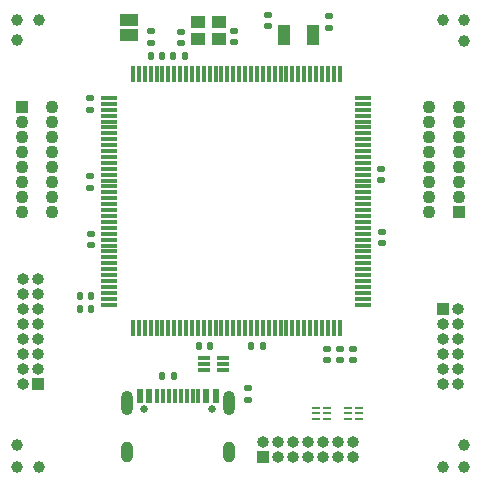
<source format=gts>
%TF.GenerationSoftware,KiCad,Pcbnew,7.0.2*%
%TF.CreationDate,2023-07-30T21:57:21-04:00*%
%TF.ProjectId,OBC-Flight,4f42432d-466c-4696-9768-742e6b696361,rev?*%
%TF.SameCoordinates,Original*%
%TF.FileFunction,Soldermask,Top*%
%TF.FilePolarity,Negative*%
%FSLAX46Y46*%
G04 Gerber Fmt 4.6, Leading zero omitted, Abs format (unit mm)*
G04 Created by KiCad (PCBNEW 7.0.2) date 2023-07-30 21:57:21*
%MOMM*%
%LPD*%
G01*
G04 APERTURE LIST*
G04 Aperture macros list*
%AMRoundRect*
0 Rectangle with rounded corners*
0 $1 Rounding radius*
0 $2 $3 $4 $5 $6 $7 $8 $9 X,Y pos of 4 corners*
0 Add a 4 corners polygon primitive as box body*
4,1,4,$2,$3,$4,$5,$6,$7,$8,$9,$2,$3,0*
0 Add four circle primitives for the rounded corners*
1,1,$1+$1,$2,$3*
1,1,$1+$1,$4,$5*
1,1,$1+$1,$6,$7*
1,1,$1+$1,$8,$9*
0 Add four rect primitives between the rounded corners*
20,1,$1+$1,$2,$3,$4,$5,0*
20,1,$1+$1,$4,$5,$6,$7,0*
20,1,$1+$1,$6,$7,$8,$9,0*
20,1,$1+$1,$8,$9,$2,$3,0*%
G04 Aperture macros list end*
%ADD10C,1.000000*%
%ADD11RoundRect,0.140000X-0.170000X0.140000X-0.170000X-0.140000X0.170000X-0.140000X0.170000X0.140000X0*%
%ADD12R,1.500000X1.000000*%
%ADD13R,0.650000X0.250000*%
%ADD14RoundRect,0.140000X0.170000X-0.140000X0.170000X0.140000X-0.170000X0.140000X-0.170000X-0.140000X0*%
%ADD15R,1.000000X1.000000*%
%ADD16O,1.000000X1.000000*%
%ADD17RoundRect,0.140000X0.140000X0.170000X-0.140000X0.170000X-0.140000X-0.170000X0.140000X-0.170000X0*%
%ADD18RoundRect,0.140000X-0.140000X-0.170000X0.140000X-0.170000X0.140000X0.170000X-0.140000X0.170000X0*%
%ADD19RoundRect,0.135000X0.185000X-0.135000X0.185000X0.135000X-0.185000X0.135000X-0.185000X-0.135000X0*%
%ADD20R,0.990000X0.300000*%
%ADD21RoundRect,0.135000X0.135000X0.185000X-0.135000X0.185000X-0.135000X-0.185000X0.135000X-0.185000X0*%
%ADD22R,1.000000X1.800000*%
%ADD23R,1.150000X1.000000*%
%ADD24R,0.300000X1.475000*%
%ADD25R,1.475000X0.300000*%
%ADD26RoundRect,0.135000X-0.185000X0.135000X-0.185000X-0.135000X0.185000X-0.135000X0.185000X0.135000X0*%
%ADD27C,0.650000*%
%ADD28R,0.600000X1.150000*%
%ADD29R,0.300000X1.150000*%
%ADD30O,1.000000X2.100000*%
%ADD31O,1.000000X1.800000*%
%ADD32R,1.087400X1.087400*%
%ADD33C,1.087400*%
G04 APERTURE END LIST*
D10*
X29300000Y-24400000D03*
D11*
X55480000Y-52220000D03*
X55480000Y-53180000D03*
D12*
X38780000Y-25700000D03*
X38780000Y-24400000D03*
D13*
X54550000Y-57200000D03*
X54550000Y-57700000D03*
X54550000Y-58200000D03*
X55500000Y-58200000D03*
X55500000Y-57700000D03*
X55500000Y-57200000D03*
D14*
X35480000Y-31980000D03*
X35480000Y-31020000D03*
X43180000Y-26380000D03*
X43180000Y-25420000D03*
D15*
X50060000Y-61400000D03*
D16*
X50060000Y-60130000D03*
X51330000Y-61400000D03*
X51330000Y-60130000D03*
X52600000Y-61400000D03*
X52600000Y-60130000D03*
X53870000Y-61400000D03*
X53870000Y-60130000D03*
X55140000Y-61400000D03*
X55140000Y-60130000D03*
X56410000Y-61400000D03*
X56410000Y-60130000D03*
X57680000Y-61400000D03*
X57680000Y-60130000D03*
D17*
X35560000Y-47800000D03*
X34600000Y-47800000D03*
D18*
X42500000Y-27400000D03*
X43460000Y-27400000D03*
D10*
X67100000Y-24400000D03*
X67100000Y-60400000D03*
X31100000Y-24400000D03*
D17*
X35560000Y-48900000D03*
X34600000Y-48900000D03*
D19*
X40580000Y-26310000D03*
X40580000Y-25290000D03*
D17*
X50060000Y-52000000D03*
X49100000Y-52000000D03*
D20*
X45070000Y-53000000D03*
X45070000Y-53500000D03*
X45070000Y-54000000D03*
X46680000Y-54000000D03*
X46680000Y-53500000D03*
X46680000Y-53000000D03*
D11*
X56580000Y-52220000D03*
X56580000Y-53180000D03*
D21*
X42560000Y-54500000D03*
X41540000Y-54500000D03*
D11*
X60100000Y-37020000D03*
X60100000Y-37980000D03*
D22*
X51850000Y-25700000D03*
X54350000Y-25700000D03*
D10*
X29300000Y-26100000D03*
X65300000Y-62200000D03*
D23*
X44580000Y-26000000D03*
X46330000Y-26000000D03*
X46330000Y-24600000D03*
X44580000Y-24600000D03*
D24*
X56580000Y-29000000D03*
X56080000Y-29000000D03*
X55580000Y-29000000D03*
X55080000Y-29000000D03*
X54580000Y-29000000D03*
X54080000Y-29000000D03*
X53580000Y-29000000D03*
X53080000Y-29000000D03*
X52580000Y-29000000D03*
X52080000Y-29000000D03*
X51580000Y-29000000D03*
X51080000Y-29000000D03*
X50580000Y-29000000D03*
X50080000Y-29000000D03*
X49580000Y-29000000D03*
X49080000Y-29000000D03*
X48580000Y-29000000D03*
X48080000Y-29000000D03*
X47580000Y-29000000D03*
X47080000Y-29000000D03*
X46580000Y-29000000D03*
X46080000Y-29000000D03*
X45580000Y-29000000D03*
X45080000Y-29000000D03*
X44580000Y-29000000D03*
X44080000Y-29000000D03*
X43580000Y-29000000D03*
X43080000Y-29000000D03*
X42580000Y-29000000D03*
X42080000Y-29000000D03*
X41580000Y-29000000D03*
X41080000Y-29000000D03*
X40580000Y-29000000D03*
X40080000Y-29000000D03*
X39580000Y-29000000D03*
X39080000Y-29000000D03*
D25*
X37092000Y-30988000D03*
X37092000Y-31488000D03*
X37092000Y-31988000D03*
X37092000Y-32488000D03*
X37092000Y-32988000D03*
X37092000Y-33488000D03*
X37092000Y-33988000D03*
X37092000Y-34488000D03*
X37092000Y-34988000D03*
X37092000Y-35488000D03*
X37092000Y-35988000D03*
X37092000Y-36488000D03*
X37092000Y-36988000D03*
X37092000Y-37488000D03*
X37092000Y-37988000D03*
X37092000Y-38488000D03*
X37092000Y-38988000D03*
X37092000Y-39488000D03*
X37092000Y-39988000D03*
X37092000Y-40488000D03*
X37092000Y-40988000D03*
X37092000Y-41488000D03*
X37092000Y-41988000D03*
X37092000Y-42488000D03*
X37092000Y-42988000D03*
X37092000Y-43488000D03*
X37092000Y-43988000D03*
X37092000Y-44488000D03*
X37092000Y-44988000D03*
X37092000Y-45488000D03*
X37092000Y-45988000D03*
X37092000Y-46488000D03*
X37092000Y-46988000D03*
X37092000Y-47488000D03*
X37092000Y-47988000D03*
X37092000Y-48488000D03*
D24*
X39080000Y-50476000D03*
X39580000Y-50476000D03*
X40080000Y-50476000D03*
X40580000Y-50476000D03*
X41080000Y-50476000D03*
X41580000Y-50476000D03*
X42080000Y-50476000D03*
X42580000Y-50476000D03*
X43080000Y-50476000D03*
X43580000Y-50476000D03*
X44080000Y-50476000D03*
X44580000Y-50476000D03*
X45080000Y-50476000D03*
X45580000Y-50476000D03*
X46080000Y-50476000D03*
X46580000Y-50476000D03*
X47080000Y-50476000D03*
X47580000Y-50476000D03*
X48080000Y-50476000D03*
X48580000Y-50476000D03*
X49080000Y-50476000D03*
X49580000Y-50476000D03*
X50080000Y-50476000D03*
X50580000Y-50476000D03*
X51080000Y-50476000D03*
X51580000Y-50476000D03*
X52080000Y-50476000D03*
X52580000Y-50476000D03*
X53080000Y-50476000D03*
X53580000Y-50476000D03*
X54080000Y-50476000D03*
X54580000Y-50476000D03*
X55080000Y-50476000D03*
X55580000Y-50476000D03*
X56080000Y-50476000D03*
X56580000Y-50476000D03*
D25*
X58568000Y-48488000D03*
X58568000Y-47988000D03*
X58568000Y-47488000D03*
X58568000Y-46988000D03*
X58568000Y-46488000D03*
X58568000Y-45988000D03*
X58568000Y-45488000D03*
X58568000Y-44988000D03*
X58568000Y-44488000D03*
X58568000Y-43988000D03*
X58568000Y-43488000D03*
X58568000Y-42988000D03*
X58568000Y-42488000D03*
X58568000Y-41988000D03*
X58568000Y-41488000D03*
X58568000Y-40988000D03*
X58568000Y-40488000D03*
X58568000Y-39988000D03*
X58568000Y-39488000D03*
X58568000Y-38988000D03*
X58568000Y-38488000D03*
X58568000Y-37988000D03*
X58568000Y-37488000D03*
X58568000Y-36988000D03*
X58568000Y-36488000D03*
X58568000Y-35988000D03*
X58568000Y-35488000D03*
X58568000Y-34988000D03*
X58568000Y-34488000D03*
X58568000Y-33988000D03*
X58568000Y-33488000D03*
X58568000Y-32988000D03*
X58568000Y-32488000D03*
X58568000Y-31988000D03*
X58568000Y-31488000D03*
X58568000Y-30988000D03*
D14*
X50550000Y-24910000D03*
X50550000Y-23950000D03*
D15*
X31050000Y-55200000D03*
D16*
X29780000Y-55200000D03*
X31050000Y-53930000D03*
X29780000Y-53930000D03*
X31050000Y-52660000D03*
X29780000Y-52660000D03*
X31050000Y-51390000D03*
X29780000Y-51390000D03*
X31050000Y-50120000D03*
X29780000Y-50120000D03*
X31050000Y-48850000D03*
X29780000Y-48850000D03*
X31050000Y-47580000D03*
X29780000Y-47580000D03*
X31050000Y-46310000D03*
X29780000Y-46310000D03*
D10*
X29300000Y-62200000D03*
D11*
X47680000Y-25320000D03*
X47680000Y-26280000D03*
D26*
X48800000Y-55580000D03*
X48800000Y-56600000D03*
D11*
X57680000Y-52220000D03*
X57680000Y-53180000D03*
D27*
X39990000Y-57285000D03*
X45770000Y-57285000D03*
D28*
X39680000Y-56210000D03*
X40480000Y-56210000D03*
D29*
X41630000Y-56210000D03*
X42630000Y-56210000D03*
X43130000Y-56210000D03*
X44130000Y-56210000D03*
D28*
X45280000Y-56210000D03*
X46080000Y-56210000D03*
X46080000Y-56210000D03*
X45280000Y-56210000D03*
D29*
X44630000Y-56210000D03*
X43630000Y-56210000D03*
X42130000Y-56210000D03*
X41130000Y-56210000D03*
D28*
X40480000Y-56210000D03*
X39680000Y-56210000D03*
D30*
X38560000Y-56785000D03*
D31*
X38560000Y-60965000D03*
D30*
X47200000Y-56785000D03*
D31*
X47200000Y-60965000D03*
D10*
X31100000Y-62200000D03*
D15*
X65310000Y-48850000D03*
D16*
X66580000Y-48850000D03*
X65310000Y-50120000D03*
X66580000Y-50120000D03*
X65310000Y-51390000D03*
X66580000Y-51390000D03*
X65310000Y-52660000D03*
X66580000Y-52660000D03*
X65310000Y-53930000D03*
X66580000Y-53930000D03*
X65310000Y-55200000D03*
X66580000Y-55200000D03*
D10*
X29300000Y-60400000D03*
D14*
X35480000Y-38580000D03*
X35480000Y-37620000D03*
D18*
X44640000Y-52000000D03*
X45600000Y-52000000D03*
D14*
X55650000Y-25030000D03*
X55650000Y-24070000D03*
D18*
X40600000Y-27400000D03*
X41560000Y-27400000D03*
D14*
X35500000Y-43480000D03*
X35500000Y-42520000D03*
D11*
X60180000Y-42320000D03*
X60180000Y-43280000D03*
D10*
X65300000Y-24400000D03*
D13*
X58250000Y-58200000D03*
X58250000Y-57700000D03*
X58250000Y-57200000D03*
X57300000Y-57200000D03*
X57300000Y-57700000D03*
X57300000Y-58200000D03*
D10*
X67100000Y-26200000D03*
X67100000Y-62200000D03*
D32*
X29660000Y-31755000D03*
D33*
X32200000Y-31755000D03*
X29660000Y-33025000D03*
X32200000Y-33025000D03*
X29660000Y-34295000D03*
X32200000Y-34295000D03*
X29660000Y-35565000D03*
X32200000Y-35565000D03*
X29660000Y-36835000D03*
X32200000Y-36835000D03*
X29660000Y-38105000D03*
X32200000Y-38105000D03*
X29660000Y-39375000D03*
X32200000Y-39375000D03*
X29660000Y-40645000D03*
X32200000Y-40645000D03*
D32*
X66700000Y-40650000D03*
D33*
X64160000Y-40650000D03*
X66700000Y-39380000D03*
X64160000Y-39380000D03*
X66700000Y-38110000D03*
X64160000Y-38110000D03*
X66700000Y-36840000D03*
X64160000Y-36840000D03*
X66700000Y-35570000D03*
X64160000Y-35570000D03*
X66700000Y-34300000D03*
X64160000Y-34300000D03*
X66700000Y-33030000D03*
X64160000Y-33030000D03*
X66700000Y-31760000D03*
X64160000Y-31760000D03*
M02*

</source>
